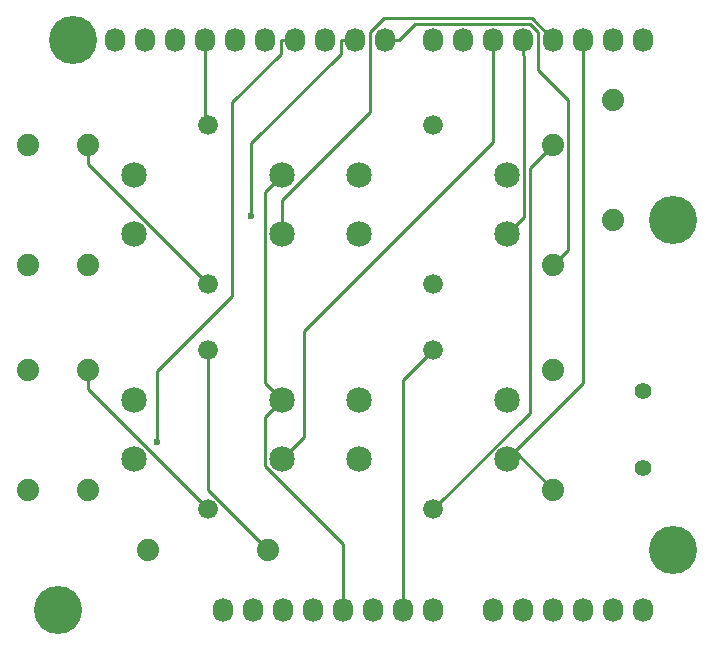
<source format=gbl>
G04 #@! TF.FileFunction,Copper,L2,Bot,Signal*
%FSLAX46Y46*%
G04 Gerber Fmt 4.6, Leading zero omitted, Abs format (unit mm)*
G04 Created by KiCad (PCBNEW 4.0.1-4.201602120846+6195~38~ubuntu15.10.1-stable) date Mon 15 Feb 2016 03:11:55 PM IST*
%MOMM*%
G01*
G04 APERTURE LIST*
%ADD10C,0.100000*%
%ADD11O,1.727200X2.032000*%
%ADD12C,4.064000*%
%ADD13C,1.879600*%
%ADD14C,2.159000*%
%ADD15C,1.676400*%
%ADD16C,1.407160*%
%ADD17C,0.600000*%
%ADD18C,0.250000*%
G04 APERTURE END LIST*
D10*
D11*
X138938000Y-123825000D03*
X141478000Y-123825000D03*
X144018000Y-123825000D03*
X146558000Y-123825000D03*
X149098000Y-123825000D03*
X151638000Y-123825000D03*
X154178000Y-123825000D03*
X156718000Y-123825000D03*
X161798000Y-123825000D03*
X164338000Y-123825000D03*
X166878000Y-123825000D03*
X169418000Y-123825000D03*
X171958000Y-123825000D03*
X174498000Y-123825000D03*
X129794000Y-75565000D03*
X132334000Y-75565000D03*
X134874000Y-75565000D03*
X137414000Y-75565000D03*
X139954000Y-75565000D03*
X142494000Y-75565000D03*
X145034000Y-75565000D03*
X147574000Y-75565000D03*
X150114000Y-75565000D03*
X152654000Y-75565000D03*
X156718000Y-75565000D03*
X159258000Y-75565000D03*
X161798000Y-75565000D03*
X164338000Y-75565000D03*
X166878000Y-75565000D03*
X169418000Y-75565000D03*
X171958000Y-75565000D03*
X174498000Y-75565000D03*
D12*
X124968000Y-123825000D03*
X177038000Y-118745000D03*
X126238000Y-75565000D03*
X177038000Y-90805000D03*
D13*
X166878000Y-94615000D03*
X166878000Y-84455000D03*
X127508000Y-94615000D03*
X127508000Y-84455000D03*
X171958000Y-80645000D03*
X171958000Y-90805000D03*
X127508000Y-113665000D03*
X127508000Y-103505000D03*
X166878000Y-113665000D03*
X166878000Y-103505000D03*
X122428000Y-84455000D03*
X122428000Y-94615000D03*
X122428000Y-113665000D03*
X122428000Y-103505000D03*
X132588000Y-118745000D03*
X142748000Y-118745000D03*
D14*
X150469600Y-111084360D03*
X162966400Y-111084360D03*
X150469600Y-106085640D03*
X162966400Y-106085640D03*
D15*
X156718000Y-115333780D03*
X156718000Y-101836220D03*
D14*
X131419600Y-92034360D03*
X143916400Y-92034360D03*
X131419600Y-87035640D03*
X143916400Y-87035640D03*
D15*
X137668000Y-96283780D03*
X137668000Y-82786220D03*
D14*
X150469600Y-92034360D03*
X162966400Y-92034360D03*
X150469600Y-87035640D03*
X162966400Y-87035640D03*
D15*
X156718000Y-96283780D03*
X156718000Y-82786220D03*
D14*
X131419600Y-111084360D03*
X143916400Y-111084360D03*
X131419600Y-106085640D03*
X143916400Y-106085640D03*
D15*
X137668000Y-115333780D03*
X137668000Y-101836220D03*
D16*
X174498000Y-111833660D03*
X174498000Y-105336340D03*
D17*
X141330500Y-90482200D03*
X133375900Y-109679500D03*
D18*
X149098000Y-118311800D02*
X149098000Y-123825000D01*
X142490100Y-111703900D02*
X149098000Y-118311800D01*
X142490100Y-107511900D02*
X142490100Y-111703900D01*
X143916400Y-106085600D02*
X142490100Y-107511900D01*
X142482100Y-88469900D02*
X143916400Y-87035600D01*
X142482100Y-104651300D02*
X142482100Y-88469900D01*
X143916400Y-106085600D02*
X142482100Y-104651300D01*
X137414000Y-82532200D02*
X137668000Y-82786200D01*
X137414000Y-75565000D02*
X137414000Y-82532200D01*
X137668000Y-113665000D02*
X137668000Y-101836200D01*
X142748000Y-118745000D02*
X137668000Y-113665000D01*
X154178000Y-104376200D02*
X156718000Y-101836200D01*
X154178000Y-123825000D02*
X154178000Y-104376200D01*
X141330500Y-84348500D02*
X141330500Y-90482200D01*
X148925100Y-76753900D02*
X141330500Y-84348500D01*
X148925100Y-75565000D02*
X148925100Y-76753900D01*
X150114000Y-75565000D02*
X148925100Y-75565000D01*
X152654000Y-75565000D02*
X153842900Y-75565000D01*
X168149600Y-93343400D02*
X166878000Y-94615000D01*
X168149600Y-80647700D02*
X168149600Y-93343400D01*
X165608000Y-78106100D02*
X168149600Y-80647700D01*
X165608000Y-74931900D02*
X165608000Y-78106100D01*
X164895600Y-74219500D02*
X165608000Y-74931900D01*
X155188400Y-74219500D02*
X164895600Y-74219500D01*
X153842900Y-75565000D02*
X155188400Y-74219500D01*
X161798000Y-84279700D02*
X161798000Y-75565000D01*
X145811700Y-100266000D02*
X161798000Y-84279700D01*
X145811700Y-109189100D02*
X145811700Y-100266000D01*
X143916400Y-111084400D02*
X145811700Y-109189100D01*
X164400100Y-76968400D02*
X164338000Y-76906300D01*
X164400100Y-90600700D02*
X164400100Y-76968400D01*
X162966400Y-92034400D02*
X164400100Y-90600700D01*
X164338000Y-75565000D02*
X164338000Y-76906300D01*
X165082100Y-73769100D02*
X166878000Y-75565000D01*
X152571300Y-73769100D02*
X165082100Y-73769100D01*
X151384000Y-74956400D02*
X152571300Y-73769100D01*
X151384000Y-81696400D02*
X151384000Y-74956400D01*
X143916400Y-89164000D02*
X151384000Y-81696400D01*
X143916400Y-92034400D02*
X143916400Y-89164000D01*
X163631900Y-110418900D02*
X166878000Y-113665000D01*
X162966400Y-111084400D02*
X163631900Y-110418900D01*
X169418000Y-104632800D02*
X169418000Y-75565000D01*
X163631900Y-110418900D02*
X169418000Y-104632800D01*
X133375900Y-103651300D02*
X133375900Y-109679500D01*
X139727400Y-97299800D02*
X133375900Y-103651300D01*
X139727400Y-80871600D02*
X139727400Y-97299800D01*
X143845100Y-76753900D02*
X139727400Y-80871600D01*
X143845100Y-75565000D02*
X143845100Y-76753900D01*
X145034000Y-75565000D02*
X143845100Y-75565000D01*
X164879300Y-107172500D02*
X156718000Y-115333800D01*
X164879300Y-86453700D02*
X164879300Y-107172500D01*
X166878000Y-84455000D02*
X164879300Y-86453700D01*
X127508000Y-86123800D02*
X127508000Y-84455000D01*
X137668000Y-96283800D02*
X127508000Y-86123800D01*
X127508000Y-105173800D02*
X127508000Y-103505000D01*
X137668000Y-115333800D02*
X127508000Y-105173800D01*
M02*

</source>
